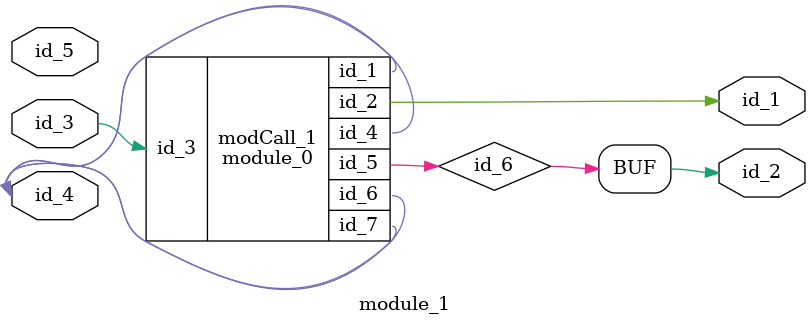
<source format=v>
module module_0 (
    id_1,
    id_2,
    id_3,
    id_4,
    id_5,
    id_6,
    id_7
);
  output wire id_7;
  output wire id_6;
  inout wire id_5;
  inout wire id_4;
  input wire id_3;
  output wire id_2;
  inout wire id_1;
endmodule
module module_1 (
    id_1,
    id_2,
    id_3,
    id_4,
    id_5
);
  input wire id_5;
  inout wire id_4;
  input wire id_3;
  output wire id_2;
  output wire id_1;
  wire id_6;
  assign id_2 = id_6;
  module_0 modCall_1 (
      id_4,
      id_1,
      id_3,
      id_4,
      id_6,
      id_4,
      id_4
  );
  wire id_7;
endmodule

</source>
